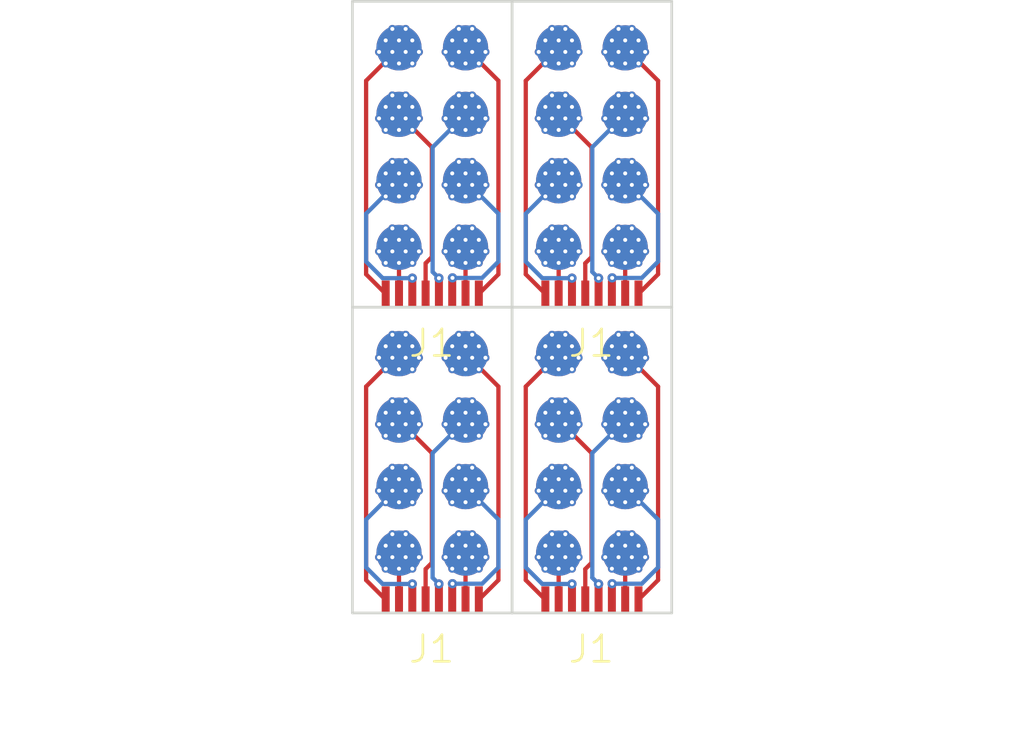
<source format=kicad_pcb>
(kicad_pcb (version 20241229) (generator "pcbnew") (generator_version "9.0")
  (layers (0 "F.Cu" signal) (2 "B.Cu" signal) (13 "F.Paste" user) (15 "B.Paste" user) (5 "F.SilkS" user "F.Silkscreen") (7 "B.SilkS" user "B.Silkscreen") (1 "F.Mask" user) (3 "B.Mask" user) (25 "Edge.Cuts" user))
  (net 0 "")
  (net 1 "Board_0-Net-(J1-Pin_1)")
  (net 2 "Board_0-Net-(J1-Pin_2)")
  (net 3 "Board_0-Net-(J1-Pin_3)")
  (net 4 "Board_0-Net-(J1-Pin_4)")
  (net 5 "Board_0-Net-(J1-Pin_5)")
  (net 6 "Board_0-Net-(J1-Pin_6)")
  (net 7 "Board_0-Net-(J1-Pin_7)")
  (net 8 "Board_0-Net-(J1-Pin_8)")
  (net 9 "Board_1-Net-(J1-Pin_1)")
  (net 10 "Board_1-Net-(J1-Pin_2)")
  (net 11 "Board_1-Net-(J1-Pin_3)")
  (net 12 "Board_1-Net-(J1-Pin_4)")
  (net 13 "Board_1-Net-(J1-Pin_5)")
  (net 14 "Board_1-Net-(J1-Pin_6)")
  (net 15 "Board_1-Net-(J1-Pin_7)")
  (net 16 "Board_1-Net-(J1-Pin_8)")
  (net 17 "Board_2-Net-(J1-Pin_1)")
  (net 18 "Board_2-Net-(J1-Pin_2)")
  (net 19 "Board_2-Net-(J1-Pin_3)")
  (net 20 "Board_2-Net-(J1-Pin_4)")
  (net 21 "Board_2-Net-(J1-Pin_5)")
  (net 22 "Board_2-Net-(J1-Pin_6)")
  (net 23 "Board_2-Net-(J1-Pin_7)")
  (net 24 "Board_2-Net-(J1-Pin_8)")
  (net 25 "Board_3-Net-(J1-Pin_1)")
  (net 26 "Board_3-Net-(J1-Pin_2)")
  (net 27 "Board_3-Net-(J1-Pin_3)")
  (net 28 "Board_3-Net-(J1-Pin_4)")
  (net 29 "Board_3-Net-(J1-Pin_5)")
  (net 30 "Board_3-Net-(J1-Pin_6)")
  (net 31 "Board_3-Net-(J1-Pin_7)")
  (net 32 "Board_3-Net-(J1-Pin_8)")
  (footprint "BrailleLibrary:Pump Pin" (layer "F.Cu") (at 150.25 35.75)
    (property "Reference" "J5" (hide yes))
    (property "Value" "Conn_01x01_Pin")
  )
  (footprint "BrailleLibrary:Pump Pin" (layer "F.Cu") (at 152.75 26.75)
    (property "Reference" "J7" (hide yes))
    (property "Value" "Conn_01x01_Pin")
  )
  (footprint "BrailleLibrary:Pump Pin" (layer "F.Cu") (at 152.75 29.25)
    (property "Reference" "J8" (hide yes))
    (property "Value" "Conn_01x01_Pin")
  )
  (footprint "BrailleLibrary:Pump Pin" (layer "F.Cu") (at 146.75 21.75)
    (property "Reference" "J9" (hide yes))
    (property "Value" "Conn_01x01_Pin")
  )
  (footprint "BrailleLibrary:Pump Pin" (layer "F.Cu") (at 150.25 29.25)
    (property "Reference" "J3" (hide yes))
    (property "Value" "Conn_01x01_Pin")
  )
  (footprint "BrailleLibrary:Pump Pin" (layer "F.Cu") (at 152.75 38.25)
    (property "Reference" "J7" (hide yes))
    (property "Value" "Conn_01x01_Pin")
  )
  (footprint "BrailleLibrary:Pump Pin" (layer "F.Cu") (at 144.25 21.75)
    (property "Reference" "J2" (hide yes))
    (property "Value" "Conn_01x01_Pin")
  )
  (footprint "BrailleLibrary:Pump Pin" (layer "F.Cu") (at 144.25 35.75)
    (property "Reference" "J5" (hide yes))
    (property "Value" "Conn_01x01_Pin")
  )
  (footprint "BrailleLibrary:Pump Pin" (layer "F.Cu") (at 150.25 26.75)
    (property "Reference" "J4" (hide yes))
    (property "Value" "Conn_01x01_Pin")
  )
  (footprint "BrailleLibrary:Pump Pin" (layer "F.Cu") (at 146.75 29.25)
    (property "Reference" "J8" (hide yes))
    (property "Value" "Conn_01x01_Pin")
  )
  (footprint "BrailleLibrary:Pump Pin" (layer "F.Cu") (at 144.25 40.75)
    (property "Reference" "J3" (hide yes))
    (property "Value" "Conn_01x01_Pin")
  )
  (footprint "BrailleLibrary:Pump Pin" (layer "F.Cu") (at 152.75 35.75)
    (property "Reference" "J6" (hide yes))
    (property "Value" "Conn_01x01_Pin")
  )
  (footprint "BrailleLibrary:FPC Connecotr" (layer "F.Cu") (at 151.5 42.5 90)
    (property "Reference" "J1")
    (property "Value" "Conn_01x08_Socket")
  )
  (footprint "BrailleLibrary:Pump Pin" (layer "F.Cu") (at 144.25 38.25)
    (property "Reference" "J4" (hide yes))
    (property "Value" "Conn_01x01_Pin")
  )
  (footprint "BrailleLibrary:Pump Pin" (layer "F.Cu") (at 146.75 33.25)
    (property "Reference" "J9" (hide yes))
    (property "Value" "Conn_01x01_Pin")
  )
  (footprint "BrailleLibrary:Pump Pin" (layer "F.Cu") (at 146.75 40.75)
    (property "Reference" "J8" (hide yes))
    (property "Value" "Conn_01x01_Pin")
  )
  (footprint "BrailleLibrary:Pump Pin" (layer "F.Cu") (at 144.25 24.25)
    (property "Reference" "J5" (hide yes))
    (property "Value" "Conn_01x01_Pin")
  )
  (footprint "BrailleLibrary:Pump Pin" (layer "F.Cu") (at 146.75 38.25)
    (property "Reference" "J7" (hide yes))
    (property "Value" "Conn_01x01_Pin")
  )
  (footprint "BrailleLibrary:Pump Pin" (layer "F.Cu") (at 152.75 21.75)
    (property "Reference" "J9" (hide yes))
    (property "Value" "Conn_01x01_Pin")
  )
  (footprint "BrailleLibrary:Pump Pin" (layer "F.Cu") (at 152.75 33.25)
    (property "Reference" "J9" (hide yes))
    (property "Value" "Conn_01x01_Pin")
  )
  (footprint "BrailleLibrary:Pump Pin" (layer "F.Cu") (at 150.25 38.25)
    (property "Reference" "J4" (hide yes))
    (property "Value" "Conn_01x01_Pin")
  )
  (footprint "BrailleLibrary:Pump Pin" (layer "F.Cu") (at 150.25 40.75)
    (property "Reference" "J3" (hide yes))
    (property "Value" "Conn_01x01_Pin")
  )
  (footprint "BrailleLibrary:Pump Pin" (layer "F.Cu") (at 146.75 24.25)
    (property "Reference" "J6" (hide yes))
    (property "Value" "Conn_01x01_Pin")
  )
  (footprint "BrailleLibrary:Pump Pin" (layer "F.Cu") (at 144.25 29.25)
    (property "Reference" "J3" (hide yes))
    (property "Value" "Conn_01x01_Pin")
  )
  (footprint "BrailleLibrary:Pump Pin" (layer "F.Cu") (at 146.75 35.75)
    (property "Reference" "J6" (hide yes))
    (property "Value" "Conn_01x01_Pin")
  )
  (footprint "BrailleLibrary:Pump Pin" (layer "F.Cu") (at 150.25 21.75)
    (property "Reference" "J2" (hide yes))
    (property "Value" "Conn_01x01_Pin")
  )
  (footprint "BrailleLibrary:Pump Pin" (layer "F.Cu") (at 150.25 24.25)
    (property "Reference" "J5" (hide yes))
    (property "Value" "Conn_01x01_Pin")
  )
  (footprint "BrailleLibrary:Pump Pin" (layer "F.Cu") (at 144.25 26.75)
    (property "Reference" "J4" (hide yes))
    (property "Value" "Conn_01x01_Pin")
  )
  (footprint "BrailleLibrary:FPC Connecotr" (layer "F.Cu") (at 145.5 42.5 90)
    (property "Reference" "J1")
    (property "Value" "Conn_01x08_Socket")
  )
  (footprint "BrailleLibrary:Pump Pin" (layer "F.Cu") (at 152.75 40.75)
    (property "Reference" "J8" (hide yes))
    (property "Value" "Conn_01x01_Pin")
  )
  (footprint "BrailleLibrary:Pump Pin" (layer "F.Cu") (at 144.25 33.25)
    (property "Reference" "J2" (hide yes))
    (property "Value" "Conn_01x01_Pin")
  )
  (footprint "BrailleLibrary:FPC Connecotr" (layer "F.Cu") (at 151.5 31 90)
    (property "Reference" "J1")
    (property "Value" "Conn_01x08_Socket")
  )
  (footprint "BrailleLibrary:Pump Pin" (layer "F.Cu") (at 150.25 33.25)
    (property "Reference" "J2" (hide yes))
    (property "Value" "Conn_01x01_Pin")
  )
  (footprint "BrailleLibrary:Pump Pin" (layer "F.Cu") (at 152.75 24.25)
    (property "Reference" "J6" (hide yes))
    (property "Value" "Conn_01x01_Pin")
  )
  (footprint "BrailleLibrary:FPC Connecotr" (layer "F.Cu") (at 145.5 31 90)
    (property "Reference" "J1")
    (property "Value" "Conn_01x08_Socket")
  )
  (footprint "BrailleLibrary:Pump Pin" (layer "F.Cu") (at 146.75 26.75)
    (property "Reference" "J7" (hide yes))
    (property "Value" "Conn_01x01_Pin")
  )
  (gr_line (start 148.5 43) (end 148.5 31.5) (stroke (width 0.1)) (layer "Edge.Cuts"))
  (gr_line (start 148.5 31.5) (end 154.5 31.5) (stroke (width 0.1)) (layer "Edge.Cuts"))
  (gr_line (start 154.5 31.5) (end 154.5 43) (stroke (width 0.1)) (layer "Edge.Cuts"))
  (gr_line (start 154.5 20) (end 154.5 31.5) (stroke (width 0.1)) (layer "Edge.Cuts"))
  (gr_line (start 148.5 20) (end 154.5 20) (stroke (width 0.1)) (layer "Edge.Cuts"))
  (gr_line (start 154.5 43) (end 148.5 43) (stroke (width 0.1)) (layer "Edge.Cuts"))
  (gr_line (start 142.5 31.5) (end 142.5 20) (stroke (width 0.1)) (layer "Edge.Cuts"))
  (gr_line (start 142.5 31.5) (end 148.5 31.5) (stroke (width 0.1)) (layer "Edge.Cuts"))
  (gr_line (start 148.5 43) (end 142.5 43) (stroke (width 0.1)) (layer "Edge.Cuts"))
  (gr_line (start 148.5 31.5) (end 142.5 31.5) (stroke (width 0.1)) (layer "Edge.Cuts"))
  (gr_line (start 154.5 31.5) (end 148.5 31.5) (stroke (width 0.1)) (layer "Edge.Cuts"))
  (gr_line (start 142.5 43) (end 142.5 31.5) (stroke (width 0.1)) (layer "Edge.Cuts"))
  (gr_line (start 148.5 31.5) (end 148.5 43) (stroke (width 0.1)) (layer "Edge.Cuts"))
  (gr_line (start 142.5 20) (end 148.5 20) (stroke (width 0.1)) (layer "Edge.Cuts"))
  (gr_line (start 148.5 20) (end 148.5 31.5) (stroke (width 0.1)) (layer "Edge.Cuts"))
  (gr_line (start 148.5 31.5) (end 148.5 20) (stroke (width 0.1)) (layer "Edge.Cuts"))
  (segment (start 143.014 30.264) (end 143.014 22.986) (width 0.16) (layer "F.Cu") (net 1))
  (segment (start 143.014 22.986) (end 144.25 21.75) (width 0.16) (layer "F.Cu") (net 1))
  (segment (start 143.75 31) (end 143.014 30.264) (width 0.16) (layer "F.Cu") (net 1))
  (segment (start 144.25 31) (end 144.25 29.25) (width 0.16) (layer "F.Cu") (net 2))
  (segment (start 144.75 31) (end 144.75 30.41) (width 0.16) (layer "F.Cu") (net 3))
  (via (at 144.75 30.41) (size 0.35) (drill 0.15) (layers "F.Cu" "B.Cu") (net 3))
  (segment (start 144.75 30.41) (end 143.636692 30.41) (width 0.16) (layer "B.Cu") (net 3))
  (segment (start 143.636692 30.41) (end 143.014 29.787308) (width 0.16) (layer "B.Cu") (net 3))
  (segment (start 143.014 27.986) (end 144.25 26.75) (width 0.16) (layer "B.Cu") (net 3))
  (segment (start 143.014 29.787308) (end 143.014 27.986) (width 0.16) (layer "B.Cu") (net 3))
  (segment (start 145.25 31) (end 145.25 29.849476) (width 0.16) (layer "F.Cu") (net 4))
  (segment (start 145.486 29.613476) (end 145.486 25.486) (width 0.16) (layer "F.Cu") (net 4))
  (segment (start 145.25 29.849476) (end 145.486 29.613476) (width 0.16) (layer "F.Cu") (net 4))
  (segment (start 145.486 25.486) (end 144.25 24.25) (width 0.16) (layer "F.Cu") (net 4))
  (segment (start 145.75 30.41) (end 145.75 31) (width 0.16) (layer "F.Cu") (net 5))
  (via (at 145.75 30.41) (size 0.35) (drill 0.15) (layers "F.Cu" "B.Cu") (net 5))
  (segment (start 145.75 30.41) (end 145.514 30.174) (width 0.16) (layer "B.Cu") (net 5))
  (segment (start 145.514 30.174) (end 145.514 25.486) (width 0.16) (layer "B.Cu") (net 5))
  (segment (start 145.514 25.486) (end 146.75 24.25) (width 0.16) (layer "B.Cu") (net 5))
  (segment (start 146.26 30.99) (end 146.25 31) (width 0.16) (layer "F.Cu") (net 6))
  (segment (start 146.26 30.4) (end 146.26 30.99) (width 0.16) (layer "F.Cu") (net 6))
  (via (at 146.26 30.4) (size 0.35) (drill 0.15) (layers "F.Cu" "B.Cu") (net 6))
  (segment (start 146.26 30.4) (end 147.373308 30.4) (width 0.16) (layer "B.Cu") (net 6))
  (segment (start 147.986 27.986) (end 146.75 26.75) (width 0.16) (layer "B.Cu") (net 6))
  (segment (start 147.986 29.787308) (end 147.986 27.986) (width 0.16) (layer "B.Cu") (net 6))
  (segment (start 147.373308 30.4) (end 147.986 29.787308) (width 0.16) (layer "B.Cu") (net 6))
  (segment (start 146.75 31) (end 146.75 29.25) (width 0.16) (layer "F.Cu") (net 7))
  (segment (start 147.986 30.264) (end 147.986 22.986) (width 0.16) (layer "F.Cu") (net 8))
  (segment (start 147.25 30.98) (end 147.26 30.97) (width 0.16) (layer "F.Cu") (net 8))
  (segment (start 147.25 31) (end 147.25 30.98) (width 0.16) (layer "F.Cu") (net 8))
  (segment (start 147.25 31) (end 147.986 30.264) (width 0.16) (layer "F.Cu") (net 8))
  (segment (start 147.986 22.986) (end 146.75 21.75) (width 0.16) (layer "F.Cu") (net 8))
  (segment (start 149.75 31) (end 149.014 30.264) (width 0.16) (layer "F.Cu") (net 9))
  (segment (start 149.014 22.986) (end 150.25 21.75) (width 0.16) (layer "F.Cu") (net 9))
  (segment (start 149.014 30.264) (end 149.014 22.986) (width 0.16) (layer "F.Cu") (net 9))
  (segment (start 150.25 31) (end 150.25 29.25) (width 0.16) (layer "F.Cu") (net 10))
  (segment (start 150.75 31) (end 150.75 30.41) (width 0.16) (layer "F.Cu") (net 11))
  (via (at 150.75 30.41) (size 0.35) (drill 0.15) (layers "F.Cu" "B.Cu") (net 11))
  (segment (start 149.014 29.787308) (end 149.014 27.986) (width 0.16) (layer "B.Cu") (net 11))
  (segment (start 150.75 30.41) (end 149.636692 30.41) (width 0.16) (layer "B.Cu") (net 11))
  (segment (start 149.014 27.986) (end 150.25 26.75) (width 0.16) (layer "B.Cu") (net 11))
  (segment (start 149.636692 30.41) (end 149.014 29.787308) (width 0.16) (layer "B.Cu") (net 11))
  (segment (start 151.25 29.849476) (end 151.486 29.613476) (width 0.16) (layer "F.Cu") (net 12))
  (segment (start 151.25 31) (end 151.25 29.849476) (width 0.16) (layer "F.Cu") (net 12))
  (segment (start 151.486 25.486) (end 150.25 24.25) (width 0.16) (layer "F.Cu") (net 12))
  (segment (start 151.486 29.613476) (end 151.486 25.486) (width 0.16) (layer "F.Cu") (net 12))
  (segment (start 151.75 30.41) (end 151.75 31) (width 0.16) (layer "F.Cu") (net 13))
  (via (at 151.75 30.41) (size 0.35) (drill 0.15) (layers "F.Cu" "B.Cu") (net 13))
  (segment (start 151.514 30.174) (end 151.514 25.486) (width 0.16) (layer "B.Cu") (net 13))
  (segment (start 151.75 30.41) (end 151.514 30.174) (width 0.16) (layer "B.Cu") (net 13))
  (segment (start 151.514 25.486) (end 152.75 24.25) (width 0.16) (layer "B.Cu") (net 13))
  (segment (start 152.26 30.4) (end 152.26 30.99) (width 0.16) (layer "F.Cu") (net 14))
  (segment (start 152.26 30.99) (end 152.25 31) (width 0.16) (layer "F.Cu") (net 14))
  (via (at 152.26 30.4) (size 0.35) (drill 0.15) (layers "F.Cu" "B.Cu") (net 14))
  (segment (start 153.986 29.787308) (end 153.986 27.986) (width 0.16) (layer "B.Cu") (net 14))
  (segment (start 153.373308 30.4) (end 153.986 29.787308) (width 0.16) (layer "B.Cu") (net 14))
  (segment (start 152.26 30.4) (end 153.373308 30.4) (width 0.16) (layer "B.Cu") (net 14))
  (segment (start 153.986 27.986) (end 152.75 26.75) (width 0.16) (layer "B.Cu") (net 14))
  (segment (start 152.75 31) (end 152.75 29.25) (width 0.16) (layer "F.Cu") (net 15))
  (segment (start 153.25 31) (end 153.25 30.98) (width 0.16) (layer "F.Cu") (net 16))
  (segment (start 153.986 30.264) (end 153.986 22.986) (width 0.16) (layer "F.Cu") (net 16))
  (segment (start 153.25 30.98) (end 153.26 30.97) (width 0.16) (layer "F.Cu") (net 16))
  (segment (start 153.25 31) (end 153.986 30.264) (width 0.16) (layer "F.Cu") (net 16))
  (segment (start 153.986 22.986) (end 152.75 21.75) (width 0.16) (layer "F.Cu") (net 16))
  (segment (start 143.014 41.764) (end 143.014 34.486) (width 0.16) (layer "F.Cu") (net 17))
  (segment (start 143.014 34.486) (end 144.25 33.25) (width 0.16) (layer "F.Cu") (net 17))
  (segment (start 143.75 42.5) (end 143.014 41.764) (width 0.16) (layer "F.Cu") (net 17))
  (segment (start 144.25 42.5) (end 144.25 40.75) (width 0.16) (layer "F.Cu") (net 18))
  (segment (start 144.75 42.5) (end 144.75 41.91) (width 0.16) (layer "F.Cu") (net 19))
  (via (at 144.75 41.91) (size 0.35) (drill 0.15) (layers "F.Cu" "B.Cu") (net 19))
  (segment (start 143.014 41.287308) (end 143.014 39.486) (width 0.16) (layer "B.Cu") (net 19))
  (segment (start 143.636692 41.91) (end 143.014 41.287308) (width 0.16) (layer "B.Cu") (net 19))
  (segment (start 143.014 39.486) (end 144.25 38.25) (width 0.16) (layer "B.Cu") (net 19))
  (segment (start 144.75 41.91) (end 143.636692 41.91) (width 0.16) (layer "B.Cu") (net 19))
  (segment (start 145.486 41.113476) (end 145.486 36.986) (width 0.16) (layer "F.Cu") (net 20))
  (segment (start 145.25 41.349476) (end 145.486 41.113476) (width 0.16) (layer "F.Cu") (net 20))
  (segment (start 145.25 42.5) (end 145.25 41.349476) (width 0.16) (layer "F.Cu") (net 20))
  (segment (start 145.486 36.986) (end 144.25 35.75) (width 0.16) (layer "F.Cu") (net 20))
  (segment (start 145.75 41.91) (end 145.75 42.5) (width 0.16) (layer "F.Cu") (net 21))
  (via (at 145.75 41.91) (size 0.35) (drill 0.15) (layers "F.Cu" "B.Cu") (net 21))
  (segment (start 145.75 41.91) (end 145.514 41.674) (width 0.16) (layer "B.Cu") (net 21))
  (segment (start 145.514 36.986) (end 146.75 35.75) (width 0.16) (layer "B.Cu") (net 21))
  (segment (start 145.514 41.674) (end 145.514 36.986) (width 0.16) (layer "B.Cu") (net 21))
  (segment (start 146.26 41.9) (end 146.26 42.49) (width 0.16) (layer "F.Cu") (net 22))
  (segment (start 146.26 42.49) (end 146.25 42.5) (width 0.16) (layer "F.Cu") (net 22))
  (via (at 146.26 41.9) (size 0.35) (drill 0.15) (layers "F.Cu" "B.Cu") (net 22))
  (segment (start 146.26 41.9) (end 147.373308 41.9) (width 0.16) (layer "B.Cu") (net 22))
  (segment (start 147.986 41.287308) (end 147.986 39.486) (width 0.16) (layer "B.Cu") (net 22))
  (segment (start 147.373308 41.9) (end 147.986 41.287308) (width 0.16) (layer "B.Cu") (net 22))
  (segment (start 147.986 39.486) (end 146.75 38.25) (width 0.16) (layer "B.Cu") (net 22))
  (segment (start 146.75 42.5) (end 146.75 40.75) (width 0.16) (layer "F.Cu") (net 23))
  (segment (start 147.986 34.486) (end 146.75 33.25) (width 0.16) (layer "F.Cu") (net 24))
  (segment (start 147.25 42.5) (end 147.986 41.764) (width 0.16) (layer "F.Cu") (net 24))
  (segment (start 147.986 41.764) (end 147.986 34.486) (width 0.16) (layer "F.Cu") (net 24))
  (segment (start 147.25 42.5) (end 147.25 42.48) (width 0.16) (layer "F.Cu") (net 24))
  (segment (start 147.25 42.48) (end 147.26 42.47) (width 0.16) (layer "F.Cu") (net 24))
  (segment (start 149.75 42.5) (end 149.014 41.764) (width 0.16) (layer "F.Cu") (net 25))
  (segment (start 149.014 41.764) (end 149.014 34.486) (width 0.16) (layer "F.Cu") (net 25))
  (segment (start 149.014 34.486) (end 150.25 33.25) (width 0.16) (layer "F.Cu") (net 25))
  (segment (start 150.25 42.5) (end 150.25 40.75) (width 0.16) (layer "F.Cu") (net 26))
  (segment (start 150.75 42.5) (end 150.75 41.91) (width 0.16) (layer "F.Cu") (net 27))
  (via (at 150.75 41.91) (size 0.35) (drill 0.15) (layers "F.Cu" "B.Cu") (net 27))
  (segment (start 149.636692 41.91) (end 149.014 41.287308) (width 0.16) (layer "B.Cu") (net 27))
  (segment (start 150.75 41.91) (end 149.636692 41.91) (width 0.16) (layer "B.Cu") (net 27))
  (segment (start 149.014 39.486) (end 150.25 38.25) (width 0.16) (layer "B.Cu") (net 27))
  (segment (start 149.014 41.287308) (end 149.014 39.486) (width 0.16) (layer "B.Cu") (net 27))
  (segment (start 151.25 42.5) (end 151.25 41.349476) (width 0.16) (layer "F.Cu") (net 28))
  (segment (start 151.25 41.349476) (end 151.486 41.113476) (width 0.16) (layer "F.Cu") (net 28))
  (segment (start 151.486 36.986) (end 150.25 35.75) (width 0.16) (layer "F.Cu") (net 28))
  (segment (start 151.486 41.113476) (end 151.486 36.986) (width 0.16) (layer "F.Cu") (net 28))
  (segment (start 151.75 41.91) (end 151.75 42.5) (width 0.16) (layer "F.Cu") (net 29))
  (via (at 151.75 41.91) (size 0.35) (drill 0.15) (layers "F.Cu" "B.Cu") (net 29))
  (segment (start 151.75 41.91) (end 151.514 41.674) (width 0.16) (layer "B.Cu") (net 29))
  (segment (start 151.514 36.986) (end 152.75 35.75) (width 0.16) (layer "B.Cu") (net 29))
  (segment (start 151.514 41.674) (end 151.514 36.986) (width 0.16) (layer "B.Cu") (net 29))
  (segment (start 152.26 42.49) (end 152.25 42.5) (width 0.16) (layer "F.Cu") (net 30))
  (segment (start 152.26 41.9) (end 152.26 42.49) (width 0.16) (layer "F.Cu") (net 30))
  (via (at 152.26 41.9) (size 0.35) (drill 0.15) (layers "F.Cu" "B.Cu") (net 30))
  (segment (start 152.26 41.9) (end 153.373308 41.9) (width 0.16) (layer "B.Cu") (net 30))
  (segment (start 153.373308 41.9) (end 153.986 41.287308) (width 0.16) (layer "B.Cu") (net 30))
  (segment (start 153.986 39.486) (end 152.75 38.25) (width 0.16) (layer "B.Cu") (net 30))
  (segment (start 153.986 41.287308) (end 153.986 39.486) (width 0.16) (layer "B.Cu") (net 30))
  (segment (start 152.75 42.5) (end 152.75 40.75) (width 0.16) (layer "F.Cu") (net 31))
  (segment (start 153.986 34.486) (end 152.75 33.25) (width 0.16) (layer "F.Cu") (net 32))
  (segment (start 153.25 42.48) (end 153.26 42.47) (width 0.16) (layer "F.Cu") (net 32))
  (segment (start 153.986 41.764) (end 153.986 34.486) (width 0.16) (layer "F.Cu") (net 32))
  (segment (start 153.25 42.5) (end 153.25 42.48) (width 0.16) (layer "F.Cu") (net 32))
  (segment (start 153.25 42.5) (end 153.986 41.764) (width 0.16) (layer "F.Cu") (net 32))
)
</source>
